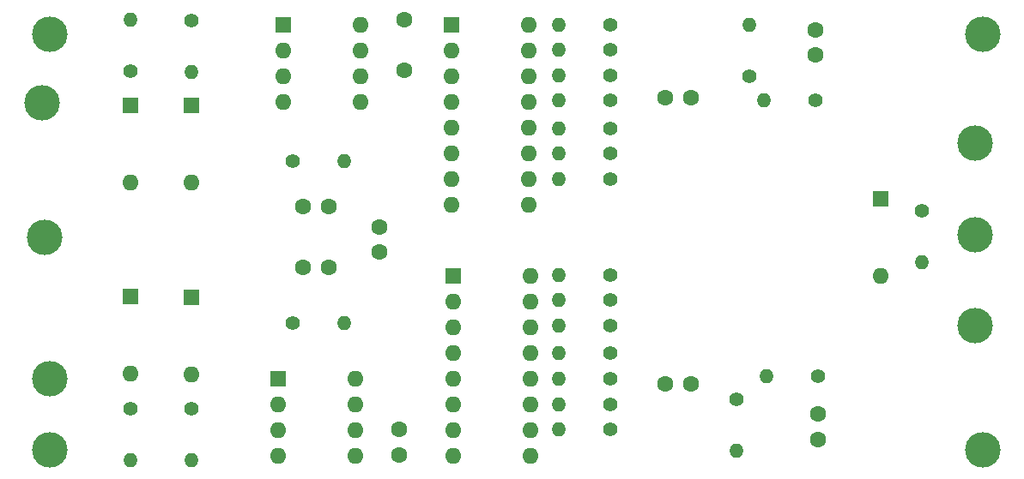
<source format=gbr>
%TF.GenerationSoftware,KiCad,Pcbnew,5.1.10*%
%TF.CreationDate,2021-07-04T23:49:32+02:00*%
%TF.ProjectId,tht-dip,7468742d-6469-4702-9e6b-696361645f70,rev?*%
%TF.SameCoordinates,Original*%
%TF.FileFunction,Soldermask,Top*%
%TF.FilePolarity,Negative*%
%FSLAX46Y46*%
G04 Gerber Fmt 4.6, Leading zero omitted, Abs format (unit mm)*
G04 Created by KiCad (PCBNEW 5.1.10) date 2021-07-04 23:49:32*
%MOMM*%
%LPD*%
G01*
G04 APERTURE LIST*
%ADD10C,1.600000*%
%ADD11O,1.600000X1.600000*%
%ADD12R,1.600000X1.600000*%
%ADD13C,3.500000*%
%ADD14O,1.400000X1.400000*%
%ADD15C,1.400000*%
G04 APERTURE END LIST*
D10*
%TO.C,C2*%
X99750000Y-69500000D03*
X102250000Y-69500000D03*
%TD*%
%TO.C,C3*%
X73500000Y-76500000D03*
X73500000Y-74000000D03*
%TD*%
%TO.C,C4*%
X114500000Y-34500000D03*
X114500000Y-37000000D03*
%TD*%
%TO.C,C5*%
X114750000Y-75000000D03*
X114750000Y-72500000D03*
%TD*%
%TO.C,C6*%
X64000000Y-58000000D03*
X66500000Y-58000000D03*
%TD*%
%TO.C,C7*%
X66500000Y-52000000D03*
X64000000Y-52000000D03*
%TD*%
%TO.C,C8*%
X71500000Y-54000000D03*
X71500000Y-56500000D03*
%TD*%
D11*
%TO.C,D1*%
X121000000Y-58870000D03*
D12*
X121000000Y-51250000D03*
%TD*%
%TO.C,D2*%
X47000000Y-42000000D03*
D11*
X47000000Y-49620000D03*
%TD*%
%TO.C,D3*%
X47000000Y-68500000D03*
D12*
X47000000Y-60880000D03*
%TD*%
%TO.C,D4*%
X53000000Y-42000000D03*
D11*
X53000000Y-49620000D03*
%TD*%
D12*
%TO.C,D5*%
X53000000Y-61000000D03*
D11*
X53000000Y-68620000D03*
%TD*%
D13*
%TO.C,J1*%
X130250000Y-45750000D03*
%TD*%
%TO.C,J2*%
X130250000Y-54750000D03*
%TD*%
%TO.C,J3*%
X38250000Y-41750000D03*
%TD*%
%TO.C,J4*%
X39000000Y-69000000D03*
%TD*%
%TO.C,J5*%
X130250000Y-63750000D03*
%TD*%
%TO.C,J6*%
X38500000Y-55000000D03*
%TD*%
%TO.C,J7*%
X39000000Y-35000000D03*
%TD*%
%TO.C,J8*%
X39000000Y-76000000D03*
%TD*%
%TO.C,J9*%
X131000000Y-35000000D03*
%TD*%
%TO.C,J10*%
X131000000Y-76000000D03*
%TD*%
D14*
%TO.C,R1*%
X106750000Y-76080000D03*
D15*
X106750000Y-71000000D03*
%TD*%
%TO.C,R2*%
X53000000Y-33580000D03*
D14*
X53000000Y-38660000D03*
%TD*%
D15*
%TO.C,R3*%
X47000000Y-38580000D03*
D14*
X47000000Y-33500000D03*
%TD*%
D15*
%TO.C,R4*%
X47000000Y-72000000D03*
D14*
X47000000Y-77080000D03*
%TD*%
D15*
%TO.C,R5*%
X114500000Y-41500000D03*
D14*
X109420000Y-41500000D03*
%TD*%
%TO.C,R6*%
X125000000Y-57500000D03*
D15*
X125000000Y-52420000D03*
%TD*%
D14*
%TO.C,R7*%
X108000000Y-34000000D03*
D15*
X108000000Y-39080000D03*
%TD*%
D14*
%TO.C,R8*%
X109670000Y-68750000D03*
D15*
X114750000Y-68750000D03*
%TD*%
D14*
%TO.C,R9*%
X68080000Y-47500000D03*
D15*
X63000000Y-47500000D03*
%TD*%
%TO.C,R10*%
X53000000Y-72000000D03*
D14*
X53000000Y-77080000D03*
%TD*%
D15*
%TO.C,R11*%
X63000000Y-63500000D03*
D14*
X68080000Y-63500000D03*
%TD*%
%TO.C,R12*%
X89170000Y-58750000D03*
D15*
X94250000Y-58750000D03*
%TD*%
%TO.C,R13*%
X94250000Y-61250000D03*
D14*
X89170000Y-61250000D03*
%TD*%
%TO.C,R14*%
X89250000Y-63750000D03*
D15*
X94330000Y-63750000D03*
%TD*%
%TO.C,R15*%
X94330000Y-66500000D03*
D14*
X89250000Y-66500000D03*
%TD*%
%TO.C,R16*%
X89250000Y-69000000D03*
D15*
X94330000Y-69000000D03*
%TD*%
%TO.C,R17*%
X94330000Y-71500000D03*
D14*
X89250000Y-71500000D03*
%TD*%
%TO.C,R18*%
X89250000Y-74000000D03*
D15*
X94330000Y-74000000D03*
%TD*%
D14*
%TO.C,R20*%
X89170000Y-34000000D03*
D15*
X94250000Y-34000000D03*
%TD*%
%TO.C,R21*%
X94250000Y-36500000D03*
D14*
X89170000Y-36500000D03*
%TD*%
%TO.C,R22*%
X89170000Y-39000000D03*
D15*
X94250000Y-39000000D03*
%TD*%
%TO.C,R23*%
X94250000Y-41500000D03*
D14*
X89170000Y-41500000D03*
%TD*%
%TO.C,R24*%
X89170000Y-44250000D03*
D15*
X94250000Y-44250000D03*
%TD*%
%TO.C,R25*%
X94250000Y-46750000D03*
D14*
X89170000Y-46750000D03*
%TD*%
%TO.C,R26*%
X89170000Y-49250000D03*
D15*
X94250000Y-49250000D03*
%TD*%
D12*
%TO.C,SW1*%
X78800000Y-58800000D03*
D11*
X86420000Y-76580000D03*
X78800000Y-61340000D03*
X86420000Y-74040000D03*
X78800000Y-63880000D03*
X86420000Y-71500000D03*
X78800000Y-66420000D03*
X86420000Y-68960000D03*
X78800000Y-68960000D03*
X86420000Y-66420000D03*
X78800000Y-71500000D03*
X86420000Y-63880000D03*
X78800000Y-74040000D03*
X86420000Y-61340000D03*
X78800000Y-76580000D03*
X86420000Y-58800000D03*
%TD*%
D12*
%TO.C,SW2*%
X78600000Y-34000000D03*
D11*
X86220000Y-51780000D03*
X78600000Y-36540000D03*
X86220000Y-49240000D03*
X78600000Y-39080000D03*
X86220000Y-46700000D03*
X78600000Y-41620000D03*
X86220000Y-44160000D03*
X78600000Y-44160000D03*
X86220000Y-41620000D03*
X78600000Y-46700000D03*
X86220000Y-39080000D03*
X78600000Y-49240000D03*
X86220000Y-36540000D03*
X78600000Y-51780000D03*
X86220000Y-34000000D03*
%TD*%
%TO.C,U1*%
X69120000Y-69000000D03*
X61500000Y-76620000D03*
X69120000Y-71540000D03*
X61500000Y-74080000D03*
X69120000Y-74080000D03*
X61500000Y-71540000D03*
X69120000Y-76620000D03*
D12*
X61500000Y-69000000D03*
%TD*%
%TO.C,U2*%
X62000000Y-34000000D03*
D11*
X69620000Y-41620000D03*
X62000000Y-36540000D03*
X69620000Y-39080000D03*
X62000000Y-39080000D03*
X69620000Y-36540000D03*
X62000000Y-41620000D03*
X69620000Y-34000000D03*
%TD*%
D10*
%TO.C,C1*%
X74000000Y-38500000D03*
X74000000Y-33500000D03*
%TD*%
%TO.C,C9*%
X102250000Y-41250000D03*
X99750000Y-41250000D03*
%TD*%
M02*

</source>
